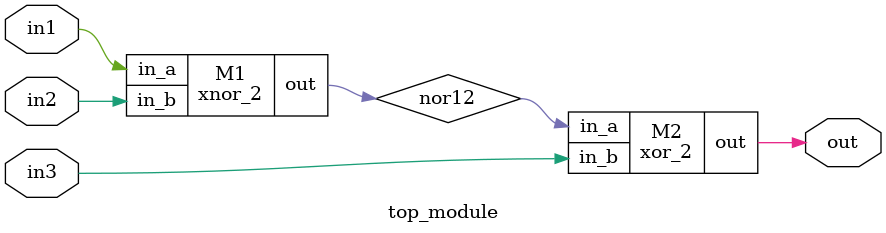
<source format=v>
module xor_2 (
    input in_a,
    input in_b,
    output out);
    assign out = in_a^in_b;

endmodule

module xnor_2 (
    input in_a,
    input in_b,
    output out);

    assign out = ~(in_a^in_b);
endmodule

module top_module (
    input in1,
    input in2,
    input in3,
    output out);
    wire nor12;
    xnor_2 M1 (in1,in2,nor12);
    xor_2 M2 (nor12,in3,out);
endmodule
</source>
